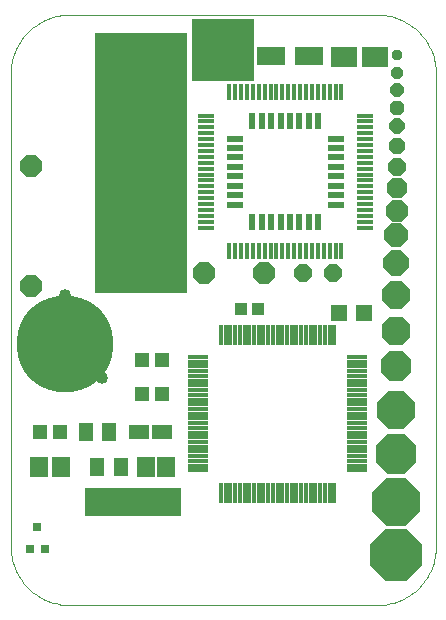
<source format=gbs>
G75*
G70*
%OFA0B0*%
%FSLAX24Y24*%
%IPPOS*%
%LPD*%
%AMOC8*
5,1,8,0,0,1.08239X$1,22.5*
%
%ADD10C,0.0004*%
%ADD11R,0.3220X0.0980*%
%ADD12R,0.3100X0.8700*%
%ADD13OC8,0.0740*%
%ADD14R,0.0316X0.0297*%
%ADD15OC8,0.0600*%
%ADD16R,0.0592X0.0710*%
%ADD17R,0.0513X0.0631*%
%ADD18R,0.0671X0.0474*%
%ADD19R,0.0592X0.0671*%
%ADD20R,0.0552X0.0552*%
%ADD21R,0.0513X0.0474*%
%ADD22R,0.0493X0.0505*%
%ADD23R,0.0395X0.0395*%
%ADD24R,0.0474X0.0513*%
%ADD25R,0.0671X0.0159*%
%ADD26R,0.0159X0.0671*%
%ADD27R,0.0237X0.0552*%
%ADD28R,0.0552X0.0237*%
%ADD29R,0.0552X0.0180*%
%ADD30R,0.0180X0.0552*%
%ADD31R,0.0867X0.0671*%
%ADD32R,0.0946X0.0631*%
%ADD33C,0.0000*%
%ADD34C,0.1340*%
%ADD35C,0.0398*%
%ADD36C,0.3220*%
%ADD37R,0.2055X0.2055*%
%ADD38OC8,0.1740*%
%ADD39OC8,0.1582*%
%ADD40OC8,0.1346*%
%ADD41OC8,0.1261*%
%ADD42OC8,0.1025*%
%ADD43OC8,0.0966*%
%ADD44OC8,0.0907*%
%ADD45OC8,0.0848*%
%ADD46OC8,0.0789*%
%ADD47OC8,0.0730*%
%ADD48OC8,0.0671*%
%ADD49OC8,0.0611*%
%ADD50OC8,0.0555*%
%ADD51OC8,0.0516*%
%ADD52OC8,0.0476*%
%ADD53OC8,0.0437*%
%ADD54OC8,0.0397*%
%ADD55OC8,0.0358*%
D10*
X000302Y002170D02*
X000302Y005713D01*
X000302Y017918D01*
X000304Y018012D01*
X000311Y018105D01*
X000322Y018198D01*
X000338Y018291D01*
X000358Y018382D01*
X000382Y018473D01*
X000410Y018562D01*
X000443Y018650D01*
X000480Y018736D01*
X000521Y018820D01*
X000566Y018903D01*
X000615Y018983D01*
X000667Y019060D01*
X000723Y019135D01*
X000783Y019207D01*
X000846Y019277D01*
X000912Y019343D01*
X000982Y019406D01*
X001054Y019466D01*
X001129Y019522D01*
X001206Y019574D01*
X001286Y019623D01*
X001369Y019668D01*
X001453Y019709D01*
X001539Y019746D01*
X001627Y019779D01*
X001716Y019807D01*
X001807Y019831D01*
X001898Y019851D01*
X001991Y019867D01*
X002084Y019878D01*
X002177Y019885D01*
X002271Y019887D01*
X007389Y019887D01*
X012507Y019887D01*
X012601Y019885D01*
X012694Y019878D01*
X012787Y019867D01*
X012880Y019851D01*
X012971Y019831D01*
X013062Y019807D01*
X013151Y019779D01*
X013239Y019746D01*
X013325Y019709D01*
X013409Y019668D01*
X013491Y019623D01*
X013572Y019574D01*
X013649Y019522D01*
X013724Y019466D01*
X013796Y019406D01*
X013866Y019343D01*
X013932Y019277D01*
X013995Y019207D01*
X014055Y019135D01*
X014111Y019060D01*
X014163Y018983D01*
X014212Y018902D01*
X014257Y018820D01*
X014298Y018736D01*
X014335Y018650D01*
X014368Y018562D01*
X014396Y018473D01*
X014420Y018382D01*
X014440Y018291D01*
X014456Y018198D01*
X014467Y018105D01*
X014474Y018012D01*
X014476Y017918D01*
X014476Y005713D01*
X014476Y002170D01*
X014474Y002076D01*
X014467Y001983D01*
X014456Y001890D01*
X014440Y001797D01*
X014420Y001706D01*
X014396Y001615D01*
X014368Y001526D01*
X014335Y001438D01*
X014298Y001352D01*
X014257Y001268D01*
X014212Y001186D01*
X014163Y001105D01*
X014111Y001028D01*
X014055Y000953D01*
X013995Y000881D01*
X013932Y000811D01*
X013866Y000745D01*
X013796Y000682D01*
X013724Y000622D01*
X013649Y000566D01*
X013572Y000514D01*
X013492Y000465D01*
X013409Y000420D01*
X013325Y000379D01*
X013239Y000342D01*
X013151Y000309D01*
X013062Y000281D01*
X012971Y000257D01*
X012880Y000237D01*
X012787Y000221D01*
X012694Y000210D01*
X012601Y000203D01*
X012507Y000201D01*
X012507Y000202D02*
X007389Y000202D01*
X002271Y000202D01*
X002271Y000201D02*
X002177Y000203D01*
X002084Y000210D01*
X001991Y000221D01*
X001898Y000237D01*
X001807Y000257D01*
X001716Y000281D01*
X001627Y000309D01*
X001539Y000342D01*
X001453Y000379D01*
X001369Y000420D01*
X001286Y000465D01*
X001206Y000514D01*
X001129Y000566D01*
X001054Y000622D01*
X000982Y000682D01*
X000912Y000745D01*
X000846Y000811D01*
X000783Y000881D01*
X000723Y000953D01*
X000667Y001028D01*
X000615Y001105D01*
X000566Y001186D01*
X000521Y001268D01*
X000480Y001352D01*
X000443Y001438D01*
X000410Y001526D01*
X000382Y001615D01*
X000358Y001706D01*
X000338Y001797D01*
X000322Y001890D01*
X000311Y001983D01*
X000304Y002076D01*
X000302Y002170D01*
D11*
X004362Y003632D03*
D12*
X004652Y014952D03*
D13*
X006756Y011270D03*
X008756Y011270D03*
X000980Y010830D03*
X000980Y014830D03*
D14*
X001188Y002818D03*
X000932Y002089D03*
X001444Y002089D03*
D15*
X010060Y011258D03*
X011060Y011258D03*
D16*
X001989Y004798D03*
X001241Y004798D03*
D17*
X002796Y005979D03*
X003583Y005979D03*
X003190Y004798D03*
X003977Y004798D03*
D18*
X004591Y005979D03*
X005331Y005979D03*
D19*
X005493Y004798D03*
X004824Y004798D03*
D20*
X011248Y009947D03*
X012075Y009947D03*
D21*
X005350Y008363D03*
X004680Y008363D03*
D22*
X004670Y007247D03*
X005359Y007247D03*
D23*
X007963Y010063D03*
X008554Y010063D03*
D24*
X001950Y005979D03*
X001280Y005979D03*
D25*
X006560Y005954D03*
X006560Y006111D03*
X006560Y006269D03*
X006560Y006426D03*
X006560Y006583D03*
X006560Y006741D03*
X006560Y006898D03*
X006560Y007056D03*
X006560Y007213D03*
X006560Y007371D03*
X006560Y007528D03*
X006560Y007686D03*
X006560Y007843D03*
X006560Y008001D03*
X006560Y008158D03*
X006560Y008316D03*
X006560Y008473D03*
X006560Y005796D03*
X006560Y005639D03*
X006560Y005481D03*
X006560Y005324D03*
X006560Y005166D03*
X006560Y005009D03*
X006560Y004851D03*
X006560Y004694D03*
X011836Y004694D03*
X011836Y004851D03*
X011836Y005009D03*
X011836Y005166D03*
X011836Y005324D03*
X011836Y005481D03*
X011836Y005639D03*
X011836Y005796D03*
X011836Y005954D03*
X011836Y006111D03*
X011836Y006269D03*
X011836Y006426D03*
X011836Y006583D03*
X011836Y006741D03*
X011836Y006898D03*
X011836Y007056D03*
X011836Y007213D03*
X011836Y007371D03*
X011836Y007528D03*
X011836Y007686D03*
X011836Y007843D03*
X011836Y008001D03*
X011836Y008158D03*
X011836Y008316D03*
X011836Y008473D03*
D26*
X011088Y009221D03*
X010930Y009221D03*
X010773Y009221D03*
X010615Y009221D03*
X010458Y009221D03*
X010300Y009221D03*
X010143Y009221D03*
X009985Y009221D03*
X009828Y009221D03*
X009670Y009221D03*
X009513Y009221D03*
X009355Y009221D03*
X009198Y009221D03*
X009040Y009221D03*
X008883Y009221D03*
X008725Y009221D03*
X008568Y009221D03*
X008410Y009221D03*
X008253Y009221D03*
X008096Y009221D03*
X007938Y009221D03*
X007781Y009221D03*
X007623Y009221D03*
X007466Y009221D03*
X007308Y009221D03*
X007308Y003946D03*
X007466Y003946D03*
X007623Y003946D03*
X007781Y003946D03*
X007938Y003946D03*
X008096Y003946D03*
X008253Y003946D03*
X008410Y003946D03*
X008568Y003946D03*
X008725Y003946D03*
X008883Y003946D03*
X009040Y003946D03*
X009198Y003946D03*
X009355Y003946D03*
X009513Y003946D03*
X009670Y003946D03*
X009828Y003946D03*
X009985Y003946D03*
X010143Y003946D03*
X010300Y003946D03*
X010458Y003946D03*
X010615Y003946D03*
X010773Y003946D03*
X010930Y003946D03*
X011088Y003946D03*
D27*
X010558Y012960D03*
X010243Y012960D03*
X009928Y012960D03*
X009613Y012960D03*
X009298Y012960D03*
X008983Y012960D03*
X008668Y012960D03*
X008353Y012960D03*
X008353Y016346D03*
X008668Y016346D03*
X008983Y016346D03*
X009298Y016346D03*
X009613Y016346D03*
X009928Y016346D03*
X010243Y016346D03*
X010558Y016346D03*
D28*
X011148Y015756D03*
X011148Y015441D03*
X011148Y015126D03*
X011148Y014811D03*
X011148Y014496D03*
X011148Y014181D03*
X011148Y013866D03*
X011148Y013551D03*
X007762Y013551D03*
X007762Y013866D03*
X007762Y014181D03*
X007762Y014496D03*
X007762Y014811D03*
X007762Y015126D03*
X007762Y015441D03*
X007762Y015756D03*
D29*
X006808Y015736D03*
X006808Y015539D03*
X006808Y015342D03*
X006808Y015145D03*
X006808Y014949D03*
X006808Y014752D03*
X006808Y014555D03*
X006808Y014358D03*
X006808Y014161D03*
X006808Y013964D03*
X006808Y013767D03*
X006808Y013571D03*
X006808Y013374D03*
X006808Y013177D03*
X006808Y012980D03*
X006808Y012783D03*
X006808Y015933D03*
X006808Y016130D03*
X006808Y016327D03*
X006808Y016523D03*
X012103Y016523D03*
X012103Y016327D03*
X012103Y016130D03*
X012103Y015933D03*
X012103Y015736D03*
X012103Y015539D03*
X012103Y015342D03*
X012103Y015145D03*
X012103Y014949D03*
X012103Y014752D03*
X012103Y014555D03*
X012103Y014358D03*
X012103Y014161D03*
X012103Y013964D03*
X012103Y013767D03*
X012103Y013571D03*
X012103Y013374D03*
X012103Y013177D03*
X012103Y012980D03*
X012103Y012783D03*
D30*
X011325Y012006D03*
X011129Y012006D03*
X010932Y012006D03*
X010735Y012006D03*
X010538Y012006D03*
X010341Y012006D03*
X010144Y012006D03*
X009947Y012006D03*
X009751Y012006D03*
X009554Y012006D03*
X009357Y012006D03*
X009160Y012006D03*
X008963Y012006D03*
X008766Y012006D03*
X008570Y012006D03*
X008373Y012006D03*
X008176Y012006D03*
X007979Y012006D03*
X007782Y012006D03*
X007585Y012006D03*
X007585Y017301D03*
X007782Y017301D03*
X007979Y017301D03*
X008176Y017301D03*
X008373Y017301D03*
X008570Y017301D03*
X008766Y017301D03*
X008963Y017301D03*
X009160Y017301D03*
X009357Y017301D03*
X009554Y017301D03*
X009751Y017301D03*
X009947Y017301D03*
X010144Y017301D03*
X010341Y017301D03*
X010538Y017301D03*
X010735Y017301D03*
X010932Y017301D03*
X011129Y017301D03*
X011325Y017301D03*
D31*
X011414Y018474D03*
X012437Y018474D03*
D32*
X010254Y018498D03*
X008995Y018498D03*
D33*
X001472Y008902D02*
X001474Y008952D01*
X001480Y009002D01*
X001490Y009051D01*
X001504Y009099D01*
X001521Y009146D01*
X001542Y009191D01*
X001567Y009235D01*
X001595Y009276D01*
X001627Y009315D01*
X001661Y009352D01*
X001698Y009386D01*
X001738Y009416D01*
X001780Y009443D01*
X001824Y009467D01*
X001870Y009488D01*
X001917Y009504D01*
X001965Y009517D01*
X002015Y009526D01*
X002064Y009531D01*
X002115Y009532D01*
X002165Y009529D01*
X002214Y009522D01*
X002263Y009511D01*
X002311Y009496D01*
X002357Y009478D01*
X002402Y009456D01*
X002445Y009430D01*
X002486Y009401D01*
X002525Y009369D01*
X002561Y009334D01*
X002593Y009296D01*
X002623Y009256D01*
X002650Y009213D01*
X002673Y009169D01*
X002692Y009123D01*
X002708Y009075D01*
X002720Y009026D01*
X002728Y008977D01*
X002732Y008927D01*
X002732Y008877D01*
X002728Y008827D01*
X002720Y008778D01*
X002708Y008729D01*
X002692Y008681D01*
X002673Y008635D01*
X002650Y008591D01*
X002623Y008548D01*
X002593Y008508D01*
X002561Y008470D01*
X002525Y008435D01*
X002486Y008403D01*
X002445Y008374D01*
X002402Y008348D01*
X002357Y008326D01*
X002311Y008308D01*
X002263Y008293D01*
X002214Y008282D01*
X002165Y008275D01*
X002115Y008272D01*
X002064Y008273D01*
X002015Y008278D01*
X001965Y008287D01*
X001917Y008300D01*
X001870Y008316D01*
X001824Y008337D01*
X001780Y008361D01*
X001738Y008388D01*
X001698Y008418D01*
X001661Y008452D01*
X001627Y008489D01*
X001595Y008528D01*
X001567Y008569D01*
X001542Y008613D01*
X001521Y008658D01*
X001504Y008705D01*
X001490Y008753D01*
X001480Y008802D01*
X001474Y008852D01*
X001472Y008902D01*
D34*
X002102Y008902D03*
D35*
X002102Y010527D03*
X003352Y007777D03*
D36*
X002102Y008902D03*
D37*
X007389Y018706D03*
D38*
X013137Y001880D03*
D39*
X013137Y003651D03*
D40*
X013137Y005226D03*
D41*
X013158Y006695D03*
D42*
X013158Y008173D03*
D43*
X013158Y009354D03*
D44*
X013158Y010535D03*
D45*
X013158Y011620D03*
D46*
X013151Y012536D03*
D47*
X013176Y013331D03*
D48*
X013176Y014118D03*
D49*
X013176Y014806D03*
D50*
X013176Y015493D03*
D51*
X013176Y016183D03*
D52*
X013176Y016774D03*
D53*
X013176Y017365D03*
D54*
X013176Y017955D03*
D55*
X013176Y018546D03*
M02*

</source>
